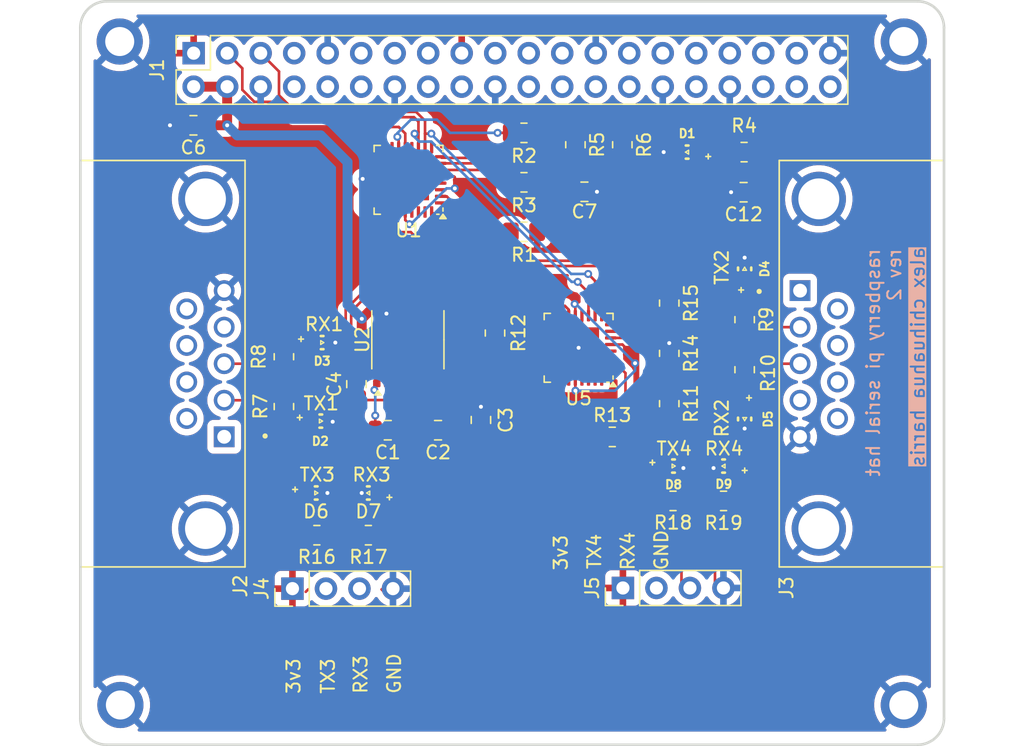
<source format=kicad_pcb>
(kicad_pcb (version 20241229) (generator "pcbnew") (generator_version "9.0")
  (layers (0 "F.Cu" signal) (2 "B.Cu" signal) (13 "F.Paste" user) (15 "B.Paste" user) (5 "F.SilkS" user "F.Silkscreen") (7 "B.SilkS" user "B.Silkscreen") (1 "F.Mask" user) (3 "B.Mask" user) (25 "Edge.Cuts" user))
  (net 0 "")
  (net 1 "/GPIO25")
  (net 2 "/GPIO20{slash}PCM.DIN")
  (net 3 "GND")
  (net 4 "/GPIO7{slash}SPI0.CE1")
  (net 5 "/GPIO27")
  (net 6 "/GPIO16")
  (net 7 "/GPIO19{slash}PCM.FS")
  (net 8 "/GPIO11{slash}SPI0.SCLK")
  (net 9 "/GPIO12{slash}PWM0")
  (net 10 "/GPIO17")
  (net 11 "/GPIO9{slash}SPI0.MISO")
  (net 12 "/GPIO22")
  (net 13 "/GPIO3{slash}SCL1")
  (net 14 "/GPIO26")
  (net 15 "/GPIO23")
  (net 16 "/GPIO14{slash}TXD0")
  (net 17 "/GPIO13{slash}PWM1")
  (net 18 "/GPIO8{slash}SPI0.CE0")
  (net 19 "/GPIO24")
  (net 20 "/GPIO5")
  (net 21 "/ID_SCL")
  (net 22 "/GPIO21{slash}PCM.DOUT")
  (net 23 "/GPIO15{slash}RXD0")
  (net 24 "/GPIO2{slash}SDA1")
  (net 25 "/GPIO4{slash}GPCLK0")
  (net 26 "+3V3")
  (net 27 "/GPIO6")
  (net 28 "/GPIO10{slash}SPI0.MOSI")
  (net 29 "/GPIO18{slash}PCM.CLK")
  (net 30 "/ID_SDA")
  (net 31 "Net-(U2-C1+)")
  (net 32 "Net-(U2-C1-)")
  (net 33 "Net-(U2-C2-)")
  (net 34 "Net-(U2-C2+)")
  (net 35 "Net-(U2-VS-)")
  (net 36 "Net-(U2-VS+)")
  (net 37 "/RX1")
  (net 38 "+5V")
  (net 39 "/TX1")
  (net 40 "/RX2")
  (net 41 "/TX2")
  (net 42 "Net-(U1-~{RESET})")
  (net 43 "Net-(U1-~{IRQ})")
  (net 44 "Net-(U1-I2C{slash}~{SPI})")
  (net 50 "Net-(U1-A1{slash}SI)")
  (net 57 "Net-(U1-A0{slash}~{CS})")
  (net 62 "Net-(D6-Pad2)")
  (net 63 "Net-(D7-Pad2)")
  (net 64 "Net-(D8-Pad2)")
  (net 65 "Net-(D9-Pad2)")
  (net 66 "Net-(D2-Pad2)")
  (net 67 "Net-(D3-Pad2)")
  (net 68 "Net-(D4-Pad2)")
  (net 69 "Net-(D5-Pad2)")
  (net 70 "/RX3")
  (net 71 "/TX3")
  (net 72 "/RX4")
  (net 73 "Net-(U5-I2C{slash}~{SPI})")
  (net 74 "Net-(U5-~{IRQ})")
  (net 75 "Net-(U5-~{RESET})")
  (net 76 "Net-(U5-A0{slash}~{CS})")
  (net 77 "Net-(U5-A1{slash}SI)")
  (net 78 "/TXA1")
  (net 79 "/RXA1")
  (net 80 "/RXB1")
  (net 81 "/TXB1")
  (net 82 "/RXA2")
  (net 98 "Net-(D1-Pad2)")
  (footprint "WL-SMCW_0603:WL-SMCW_0603" (layer "F.Cu") (at 132.75 86.8 180)
    (property "Reference" "D6")
    (property "Value" "WL-SMCW_0603" (hide yes))
  )
  (footprint "Resistor_SMD:R_0805_2012Metric_Pad1.20x1.40mm_HandSolder" (layer "F.Cu") (at 159.512 72.406 -90)
    (property "Reference" "R15")
    (property "Value" "1k" (hide yes))
  )
  (footprint "WL-SMCW_0603:WL-SMCW_0603" (layer "F.Cu") (at 163.632 84.7584)
    (property "Reference" "D9")
    (property "Value" "WL-SMCW_0603" (hide yes))
  )
  (footprint "Resistor_SMD:R_0805_2012Metric_Pad1.20x1.40mm_HandSolder" (layer "F.Cu") (at 159.512 76.216 -90)
    (property "Reference" "R14")
    (property "Value" "1k" (hide yes))
  )
  (footprint "Resistor_SMD:R_0805_2012Metric_Pad1.20x1.40mm_HandSolder" (layer "F.Cu") (at 130.302 80.248 -90)
    (property "Reference" "R7")
    (property "Value" "1k" (hide yes))
  )
  (footprint "MountingHole:MountingHole_2.2mm_M2_ISO7380_Pad_TopBottom" (layer "F.Cu") (at 117.9068 102.87)
    (property "Reference" "H4" (hide yes))
    (property "Value" "MountingHole_Pad" (hide yes))
  )
  (footprint "Capacitor_SMD:C_0805_2012Metric" (layer "F.Cu") (at 145.2372 81.2648 90)
    (property "Reference" "C3")
    (property "Value" "100n" (hide yes))
  )
  (footprint "Resistor_SMD:R_0805_2012Metric_Pad1.20x1.40mm_HandSolder" (layer "F.Cu") (at 165.227 77.454 -90)
    (property "Reference" "R10")
    (property "Value" "1k" (hide yes))
  )
  (footprint "Capacitor_SMD:C_0805_2012Metric" (layer "F.Cu") (at 153.082 63.968)
    (property "Reference" "C7")
    (property "Value" "100n" (hide yes))
  )
  (footprint "L77SDE09SA4CH3FC309:AMPHENOL_L77SDE09SA4CH3FC309" (layer "F.Cu") (at 124.356 77 -90)
    (property "Reference" "J2")
    (property "Value" "L77SDE09SA4CH3FC309" (hide yes))
  )
  (footprint "Resistor_SMD:R_0805_2012Metric_Pad1.20x1.40mm_HandSolder" (layer "F.Cu") (at 136.705 90)
    (property "Reference" "R17")
    (property "Value" "1k" (hide yes))
  )
  (footprint "Connector_PinHeader_2.54mm:PinHeader_1x04_P2.54mm_Vertical" (layer "F.Cu") (at 130.95 94.05 90)
    (property "Reference" "J4")
    (property "Value" "Conn_01x04_Pin" (hide yes))
  )
  (footprint "Resistor_SMD:R_0805_2012Metric_Pad1.20x1.40mm_HandSolder" (layer "F.Cu") (at 152.4 60.4 -90)
    (property "Reference" "R5")
    (property "Value" "1k" (hide yes))
  )
  (footprint "Resistor_SMD:R_0805_2012Metric_Pad1.20x1.40mm_HandSolder" (layer "F.Cu") (at 132.8 90 180)
    (property "Reference" "R16")
    (property "Value" "1k" (hide yes))
  )
  (footprint "L77SDE09SA4CH3FC309:AMPHENOL_L77SDE09SA4CH3FC309" (layer "F.Cu") (at 170.8485 77 90)
    (property "Reference" "J3")
    (property "Value" "L77SDE09SA4CH3FC309" (hide yes))
  )
  (footprint "WL-SMCW_0603:WL-SMCW_0603" (layer "F.Cu") (at 133.1 81.35 180)
    (property "Reference" "D2")
    (property "Value" "WL-SMCW_0603" (hide yes))
  )
  (footprint "Resistor_SMD:R_0805_2012Metric_Pad1.20x1.40mm_HandSolder" (layer "F.Cu") (at 148.5 67 180)
    (property "Reference" "R1")
    (property "Value" "10k" (hide yes))
  )
  (footprint "WL-SMCW_0603:WL-SMCW_0603" (layer "F.Cu") (at 159.8348 84.7584 180)
    (property "Reference" "D8")
    (property "Value" "WL-SMCW_0603" (hide yes))
  )
  (footprint "Package_SO:TSSOP-16_4.4x5mm_P0.65mm" (layer "F.Cu") (at 139.7 75.184 90)
    (property "Reference" "U2")
    (property "Value" "MAX232" (hide yes))
  )
  (footprint "Resistor_SMD:R_0805_2012Metric_Pad1.20x1.40mm_HandSolder" (layer "F.Cu") (at 165.1856 60.96 180)
    (property "Reference" "R4")
    (property "Value" "1k" (hide yes))
  )
  (footprint "Capacitor_SMD:C_0805_2012Metric" (layer "F.Cu") (at 141.986 82.042 180)
    (property "Reference" "C2")
    (property "Value" "100n" (hide yes))
  )
  (footprint "WL-SMCW_0603:WL-SMCW_0603" (layer "F.Cu") (at 160.8676 60.96)
    (property "Reference" "D1")
    (property "Value" "PWR_LED")
  )
  (footprint "WL-SMCW_0603:WL-SMCW_0603" (layer "F.Cu") (at 165.227 81.191 90)
    (property "Reference" "D5")
    (property "Value" "WL-SMCW_0603" (hide yes))
  )
  (footprint "MountingHole:MountingHole_2.2mm_M2_ISO7380_Pad_TopBottom" (layer "F.Cu") (at 117.856 52.578)
    (property "Reference" "H1" (hide yes))
    (property "Value" "MountingHole_Pad" (hide yes))
  )
  (footprint "Capacitor_SMD:C_0805_2012Metric" (layer "F.Cu") (at 165.15 64 180)
    (property "Reference" "C12")
    (property "Value" "100n" (hide yes))
  )
  (footprint "Connector_PinHeader_2.54mm:PinHeader_1x04_P2.54mm_Vertical" (layer "F.Cu") (at 156 94 90)
    (property "Reference" "J5")
    (property "Value" "Conn_01x04_Pin" (hide yes))
  )
  (footprint "Resistor_SMD:R_0805_2012Metric_Pad1.20x1.40mm_HandSolder" (layer "F.Cu") (at 146.304 74.676 90)
    (property "Reference" "R12")
    (property "Value" "1k" (hide yes))
  )
  (footprint "Resistor_SMD:R_0805_2012Metric_Pad1.20x1.40mm_HandSolder" (layer "F.Cu") (at 159.512 80.026 -90)
    (property "Reference" "R11")
    (property "Value" "1k" (hide yes))
  )
  (footprint "Resistor_SMD:R_0805_2012Metric_Pad1.20x1.40mm_HandSolder" (layer "F.Cu") (at 163.6288 87.4)
    (property "Reference" "R19")
    (property "Value" "1k" (hide yes))
  )
  (footprint "Capacitor_SMD:C_0805_2012Metric" (layer "F.Cu") (at 135.8 78.55 90)
    (property "Reference" "C4")
    (property "Value" "100n" (hide yes))
  )
  (footprint "Resistor_SMD:R_0805_2012Metric_Pad1.20x1.40mm_HandSolder" (layer "F.Cu") (at 130.302 76.47 90)
    (property "Reference" "R8")
    (property "Value" "1k" (hide yes))
  )
  (footprint "MountingHole:MountingHole_2.2mm_M2_ISO7380_Pad_TopBottom" (layer "F.Cu") (at 177.292 52.578)
    (property "Reference" "H2" (hide yes))
    (property "Value" "MountingHole_Pad" (hide yes))
  )
  (footprint "Resistor_SMD:R_0805_2012Metric_Pad1.20x1.40mm_HandSolder" (layer "F.Cu") (at 165.227 73.66 90)
    (property "Reference" "R9")
    (property "Value" "1k" (hide yes))
  )
  (footprint "Resistor_SMD:R_0805_2012Metric_Pad1.20x1.40mm_HandSolder" (layer "F.Cu") (at 148.5 59.5 180)
    (property "Reference" "R2")
    (property "Value" "1k" (hide yes))
  )
  (footprint "Connector_PinSocket_2.54mm:PinSocket_2x20_P2.54mm_Vertical" (layer "F.Cu") (at 123.46 53.46 90)
    (property "Reference" "J1")
    (property "Value" "GPIO")
  )
  (footprint "MountingHole:MountingHole_2.2mm_M2_ISO7380_Pad_TopBottom" (layer "F.Cu") (at 177.292 102.87)
    (property "Reference" "H3" (hide yes))
    (property "Value" "MountingHole_Pad" (hide yes))
  )
  (footprint "Package_DFN_QFN:VQFN-32-1EP_5x5mm_P0.5mm_EP3.1x3.1mm" (layer "F.Cu") (at 152.642 75.7945 180)
    (property "Reference" "U5")
    (property "Value" "SC16IS752IBS" (hide yes))
  )
  (footprint "WL-SMCW_0603:WL-SMCW_0603" (layer "F.Cu") (at 165.227 69.812 -90)
    (property "Reference" "D4")
    (property "Value" "WL-SMCW_0603" (hide yes))
  )
  (footprint "WL-SMCW_0603:WL-SMCW_0603" (layer "F.Cu") (at 133.2 75.4 180)
    (property "Reference" "D3")
    (property "Value" "WL-SMCW_0603" (hide yes))
  )
  (footprint "Resistor_SMD:R_0805_2012Metric_Pad1.20x1.40mm_HandSolder" (layer "F.Cu") (at 148.5 63.25 180)
    (property "Reference" "R3")
    (property "Value" "1k" (hide yes))
  )
  (footprint "Resistor_SMD:R_0805_2012Metric_Pad1.20x1.40mm_HandSolder" (layer "F.Cu") (at 155.194 82.55)
    (property "Reference" "R13")
    (property "Value" "10k" (hide yes))
  )
  (footprint "WL-SMCW_0603:WL-SMCW_0603" (layer "F.Cu") (at 136.7 86.8)
    (property "Reference" "D7")
    (property "Value" "WL-SMCW_0603" (hide yes))
  )
  (footprint "Capacitor_SMD:C_0805_2012Metric" (layer "F.Cu") (at 138.176 82.042 180)
    (property "Reference" "C1")
    (property "Value" "100n" (hide yes))
  )
  (footprint "Capacitor_SMD:C_0805_2012Metric" (layer "F.Cu") (at 123.444 58.928 180)
    (property "Reference" "C6")
    (property "Value" "100n" (hide yes))
  )
  (footprint "Resistor_SMD:R_0805_2012Metric_Pad1.20x1.40mm_HandSolder" (layer "F.Cu") (at 159.8 87.4 180)
    (property "Reference" "R18")
    (property "Value" "1k" (hide yes))
  )
  (footprint "Resistor_SMD:R_0805_2012Metric_Pad1.20x1.40mm_HandSolder" (layer "F.Cu") (at 155.956 60.4 -90)
    (property "Reference" "R6")
    (property "Value" "1k" (hide yes))
  )
  (footprint "Package_DFN_QFN:VQFN-32-1EP_5x5mm_P0.5mm_EP3.1x3.1mm" (layer "F.Cu") (at 139.75 63.0625 180)
    (property "Reference" "U1")
    (property "Value" "SC16IS752IBS" (hide yes))
  )
  (gr_line (start 114.87 103.886) (end 114.87 51.53) (stroke (width 0.2)) (layer "Edge.Cuts"))
  (gr_line (start 116.87 49.53) (end 178.34 49.53) (stroke (width 0.2)) (layer "Edge.Cuts"))
  (gr_arc (start 114.87 51.53) (mid 115.455786 50.115786) (end 116.87 49.53) (stroke (width 0.2)) (layer "Edge.Cuts"))
  (gr_line (start 180.34 51.53) (end 180.34 103.886) (stroke (width 0.2)) (layer "Edge.Cuts"))
  (gr_arc (start 178.34 49.53) (mid 179.754214 50.115786) (end 180.34 51.53) (stroke (width 0.2)) (layer "Edge.Cuts"))
  (gr_arc (start 180.34 103.886) (mid 179.754214 105.300214) (end 178.34 105.886) (stroke (width 0.2)) (layer "Edge.Cuts"))
  (gr_line (start 178.34 105.886) (end 116.87 105.886) (stroke (width 0.2)) (layer "Edge.Cuts"))
  (gr_arc (start 116.87 105.886) (mid 115.455786 105.300214) (end 114.87 103.886) (stroke (width 0.2)) (layer "Edge.Cuts"))
  (gr_text "GND" (at 139.2428 102.108 90) (layer "F.SilkS") (effects (font (size 1 1)) (justify left bottom)))
  (gr_text "RX2" (at 164.084 82.677 90) (layer "F.SilkS") (effects (font (size 1 1)) (justify left bottom)))
  (gr_text "RX3" (at 135.4 86 0) (layer "F.SilkS") (effects (font (size 1 1)) (justify left bottom)))
  (gr_text "TX4" (at 158.4532 84.0218 0) (layer "F.SilkS") (effects (font (size 1 1)) (justify left bottom)))
  (gr_text "TX2" (at 164.084 71.12 90) (layer "F.SilkS") (effects (font (size 1 1)) (justify left bottom)))
  (gr_text "RX1" (at 131.8 74.6 0) (layer "F.SilkS") (effects (font (size 1 1)) (justify left bottom)))
  (gr_text "3v3" (at 131.6228 102.108 90) (layer "F.SilkS") (effects (font (size 1 1)) (justify left bottom)))
  (gr_text "RX4" (at 162.108 84.0218 0) (layer "F.SilkS") (effects (font (size 1 1)) (justify left bottom)))
  (gr_text "GND" (at 159.5 92.75 90) (layer "F.SilkS") (effects (font (size 1 1)) (justify left bottom)))
  (gr_text "RX4" (at 156.96 92.75 90) (layer "F.SilkS") (effects (font (size 1 1)) (justify left bottom)))
  (gr_text "RX3" (at 136.7028 102.108 90) (layer "F.SilkS") (effects (font (size 1 1)) (justify left bottom)))
  (gr_text "TX3\n\n" (at 135.8392 102.108 90) (layer "F.SilkS") (effects (font (size 1 1)) (justify left bottom)))
  (gr_text "TX4" (at 154.42 92.6646 90) (layer "F.SilkS") (effects (font (size 1 1)) (justify left bottom)))
  (gr_text "TX1" (at 131.7 80.6 0) (layer "F.SilkS") (effects (font (size 1 1)) (justify left bottom)))
  (gr_text "3v3" (at 151.88 92.75 90) (layer "F.SilkS") (effects (font (size 1 1)) (justify left bottom)))
  (gr_text "TX3" (at 131.4 86 0) (layer "F.SilkS") (effects (font (size 1 1)) (justify left bottom)))
  (gr_text "alex chihuahua harris" (at 178.943 68.072 90) (layer "B.SilkS" knockout) (effects (font (size 1 1)) (justify left bottom mirror)))
  (gr_text "raspberry pi serial hat\nrev 2" (at 177.165 68.199 90) (layer "B.SilkS") (effects (font (size 1 1)) (justify left bottom mirror)))
  (segment (start 145.2372 80.3148) (end 145.2372 80.264) (width 0.2) (layer "F.Cu") (net 3))
  (segment (start 165.227 81.991) (end 165.227 81.915) (width 0.2) (layer "F.Cu") (net 3))
  (segment (start 138.074999 73.203553) (end 138.075 72.3215) (width 0.2) (layer "F.Cu") (net 3))
  (segment (start 139.425 63.3875) (end 139.75 63.0625) (width 0.2) (layer "F.Cu") (net 3))
  (segment (start 160.6348 84.9108) (end 160.584 84.9108) (width 0.2) (layer "F.Cu") (net 3))
  (segment (start 152.892 75.5445) (end 152.642 75.7945) (width 0.2) (layer "F.Cu") (net 3))
  (segment (start 136.106 86.8) (end 136.2 86.8) (width 0.2) (layer "F.Cu") (net 3))
  (segment (start 140 62.5) (end 140 60.625) (width 0.2) (layer "F.Cu") (net 3))
  (segment (start 133.55 86.8) (end 133.6 86.8) (width 0.2) (layer "F.Cu") (net 3))
  (segment (start 122.494 58.928) (end 121.666 58.928) (width 0.75) (layer "F.Cu") (net 3))
  (segment (start 134 75.4) (end 134.2 75.4) (width 0.2) (layer "F.Cu") (net 3))
  (segment (start 133.9 81.35) (end 133.95 81.35) (width 0.2) (layer "F.Cu") (net 3))
  (segment (start 159.0896 60.96) (end 160.0676 60.96) (width 0.2) (layer "F.Cu") (net 3))
  (segment (start 136.271 62.996621) (end 136.586879 63.3125) (width 0.2) (layer "F.Cu") (net 3))
  (segment (start 137.3875 63.3875) (end 139.425 63.3875) (width 0.2) (layer "F.Cu") (net 3))
  (segment (start 152.892 78.232) (end 152.892 76.0445) (width 0.2) (layer "F.Cu") (net 3))
  (segment (start 139.75 63.0625) (end 140 63.3125) (width 0.2) (layer "F.Cu") (net 3))
  (segment (start 152.892 76.0445) (end 152.642 75.7945) (width 0.2) (layer "F.Cu") (net 3))
  (segment (start 136.586879 63.3125) (end 137.3125 63.3125) (width 0.2) (layer "F.Cu") (net 3))
  (segment (start 137.3125 63.3125) (end 137.3875 63.3875) (width 0.2) (layer "F.Cu") (net 3))
  (segment (start 152.392 76.0445) (end 152.642 75.7945) (width 0.2) (layer "F.Cu") (net 3))
  (segment (start 165.227 69.012) (end 165.227 68.961) (width 0.2) (layer "F.Cu") (net 3))
  (segment (start 152.892 73.357) (end 152.892 75.5445) (width 0.2) (layer "F.Cu") (net 3))
  (segment (start 139.75 63.0625) (end 139.75 62.75) (width 0.2) (layer "F.Cu") (net 3))
  (segment (start 162.832 84.9108) (end 162.87 84.9108) (width 0.2) (layer "F.Cu") (net 3))
  (segment (start 136.271 62.996621) (end 136.271 62.992) (width 0.2) (layer "F.Cu") (net 3))
  (segment (start 133.95 81.35) (end 134 81.4) (width 0.2) (layer "F.Cu") (net 3))
  (segment (start 137.8646 94.2656) (end 137.706 94.107) (width 0.2) (layer "F.Cu") (net 3))
  (segment (start 139.75 62.75) (end 140 62.5) (width 0.2) (layer "F.Cu") (net 3))
  (segment (start 150.2045 76.0445) (end 152.392 76.0445) (width 0.2) (layer "F.Cu") (net 3))
  (segment (start 140 63.3125) (end 140 65.5) (width 0.2) (layer "F.Cu") (net 3))
  (via (at 152.642 75.7945) (size 0.6) (drill 0.3) (layers "F.Cu" "B.Cu") (net 3))
  (via (at 133.6 86.8) (size 0.6) (drill 0.3) (layers "F.Cu" "B.Cu") (net 3))
  (via (at 134 81.4) (size 0.6) (drill 0.3) (layers "F.Cu" "B.Cu") (net 3))
  (via (at 121.666 58.928) (size 0.6) (drill 0.3) (layers "F.Cu" "B.Cu") (net 3))
  (via (at 136.271 62.992) (size 0.6) (drill 0.3) (layers "F.Cu" "B.Cu") (net 3))
  (via (at 160.584 84.9108) (size 0.6) (drill 0.3) (layers "F.Cu" "B.Cu") (net 3))
  (via (at 159.0896 60.96) (size 0.6) (drill 0.3) (layers "F.Cu" "B.Cu") (net 3))
  (via (at 165.227 68.961) (size 0.6) (drill 0.3) (layers "F.Cu" "B.Cu") (net 3))
  (via (at 138.074999 73.203553) (size 0.6) (drill 0.3) (layers "F.Cu" "B.Cu") (net 3))
  (via (at 134.2 75.4) (size 0.6) (drill 0.3) (layers "F.Cu" "B.Cu") (net 3))
  (via (at 159.512 75.438) (size 0.6) (drill 0.3) (layers "F.Cu" "B.Cu") (net 3))
  (via (at 162.87 84.9108) (size 0.6) (drill 0.3) (layers "F.Cu" "B.Cu") (net 3))
  (via (at 145.2372 80.264) (size 0.6) (drill 0.3) (layers "F.Cu" "B.Cu") (net 3))
  (via (at 136.2 86.8) (size 0.6) (drill 0.3) (layers "F.Cu" "B.Cu") (net 3))
  (via (at 154.032 63.968) (size 0.6) (drill 0.3) (layers "F.Cu" "B.Cu") (net 3))
  (via (at 165.227 81.915) (size 0.6) (drill 0.3) (layers "F.Cu" "B.Cu") (net 3))
  (via (at 164.2 64) (size 0.6) (drill 0.3) (layers "F.Cu" "B.Cu") (net 3))
  (segment (start 141 58.585785) (end 141 59.563) (width 0.2) (layer "F.Cu") (net 13))
  (segment (start 140.326215 57.912) (end 141 58.585785) (width 0.2) (layer "F.Cu") (net 13))
  (segment (start 141 59.563) (end 141 60.625) (width 0.2) (layer "F.Cu") (net 13))
  (segment (start 153.3652 70.196) (end 153.892 70.7228) (width 0.2) (layer "F.Cu") (net 13))
  (segment (start 131.191 57.912) (end 140.326215 57.912) (width 0.2) (layer "F.Cu") (net 13))
  (segment (start 129.93 56.651) (end 129.93 54.85) (width 0.2) (layer "F.Cu") (net 13))
  (segment (start 141.478 59.563) (end 141 59.563) (width 0.2) (layer "F.Cu") (net 13))
  (segment (start 131.191 57.912) (end 129.93 56.651) (width 0.2) (layer "F.Cu") (net 13))
  (segment (start 153.892 70.7228) (end 153.892 73.357) (width 0.2) (layer "F.Cu") (net 13))
  (segment (start 129.93 54.85) (end 128.54 53.46) (width 0.2) (layer "F.Cu") (net 13))
  (via (at 141.478 59.563) (size 0.6) (drill 0.3) (layers "F.Cu" "B.Cu") (net 13))
  (via (at 153.3652 70.196) (size 0.6) (drill 0.3) (layers "F.Cu" "B.Cu") (net 13))
  (segment (start 152.076343 70.196) (end 141.478 59.597657) (width 0.2) (layer "B.Cu") (net 13))
  (segment (start 141.478 59.597657) (end 141.478 59.563) (width 0.2) (layer "B.Cu") (net 13))
  (segment (start 153.3652 70.196) (end 152.076343 70.196) (width 0.2) (layer "B.Cu") (net 13))
  (segment (start 140.5 59.436) (end 140.5 58.651471) (width 0.2) (layer "F.Cu") (net 24))
  (segment (start 140.5 60.625) (end 140.5 59.436) (width 0.2) (layer "F.Cu") (net 24))
  (segment (start 140.5 58.651471) (end 140.160529 58.312) (width 0.2) (layer "F.Cu") (net 24))
  (segment (start 129.863314 57.15) (end 131.025315 58.312) (width 0.2) (layer "F.Cu") (net 24))
  (segment (start 127.15 56.236346) (end 127.15 54.61) (width 0.2) (layer "F.Cu") (net 24))
  (segment (start 140.335 59.436) (end 140.208 59.563) (width 0.2) (layer "F.Cu") (net 24))
  (segment (start 140.160529 58.312) (end 131.025315 58.312) (width 0.2) (layer "F.Cu") (net 24))
  (segment (start 152.573889 70.796) (end 153.392 71.614111) (width 0.2) (layer "F.Cu") (net 24))
  (segment (start 129.863314 57.15) (end 128.063654 57.15) (width 0.2) (layer "F.Cu") (net 24))
  (segment (start 128.063654 57.15) (end 127.15 56.236346) (width 0.2) (layer "F.Cu") (net 24))
  (segment (start 140.5 59.436) (end 140.335 59.436) (width 0.2) (layer "F.Cu") (net 24))
  (segment (start 127.15 54.61) (end 126 53.46) (width 0.2) (layer "F.Cu") (net 24))
  (segment (start 153.392 71.614111) (end 153.392 73.357) (width 0.2) (layer "F.Cu") (net 24))
  (via (at 152.573889 70.796) (size 0.6) (drill 0.3) (layers "F.Cu" "B.Cu") (net 24))
  (via (at 140.208 59.563) (size 0.6) (drill 0.3) (layers "F.Cu" "B.Cu") (net 24))
  (segment (start 141.477657 60.163) (end 140.554 60.163) (width 0.2) (layer "B.Cu") (net 24))
  (segment (start 152.573889 70.796) (end 152.110657 70.796) (width 0.2) (layer "B.Cu") (net 24))
  (segment (start 152.110657 70.796) (end 141.477657 60.163) (width 0.2) (layer "B.Cu") (net 24))
  (segment (start 140.554 60.163) (end 140.208 59.817) (width 0.2) (layer "B.Cu") (net 24))
  (segment (start 140.208 59.817) (end 140.208 59.563) (width 0.2) (layer "B.Cu") (net 24))
  (segment (start 152.392 72.5206) (end 152.342694 72.471294) (width 0.2) (layer "F.Cu") (net 26))
  (segment (start 156.9212 76.962) (end 156.9212 76.5048) (width 0.2) (layer "F.Cu") (net 26))
  (segment (start 139.004672 59.055) (end 138.176 59.055) (width 0.2) (layer "F.Cu") (net 26))
  (segment (start 139.501904 59.552232) (end 139.004672 59.055) (width 0.2) (layer "F.Cu") (net 26))
  (segment (start 155.9609 75.5445) (end 155.0795 75.5445) (width 0.2) (layer "F.Cu") (net 26))
  (segment (start 156.9212 76.5048) (end 155.9609 75.5445) (width 0.2) (layer "F.Cu") (net 26))
  (segment (start 152.392 78.232) (end 152.392 79.0368) (width 0.2) (layer "F.Cu") (net 26))
  (segment (start 139.501904 60.123096) (end 139.501904 59.552232) (width 0.2) (layer "F.Cu") (net 26))
  (segment (start 139.5 60.125) (end 139.501904 60.123096) (width 0.2) (layer "F.Cu") (net 26))
  (segment (start 143.256 62.865) (end 143.2035 62.8125) (width 0.2) (layer "F.Cu") (net 26))
  (segment (start 139.5 66.107948) (end 139.5 65.5) (width 0.2) (layer "F.Cu") (net 26))
  (segment (start 143.2035 62.8125) (end 142.1875 62.8125) (width 0.2) (layer "F.Cu") (net 26))
  (segment (start 152.392 73.357) (end 152.392 72.5206) (width 0.2) (layer "F.Cu") (net 26))
  (segment (start 143.256 63.7125) (end 143.256 62.865) (width 0.2) (layer "F.Cu") (net 26))
  (segment (start 152.392 79.0368) (end 152.4 79.0448) (width 0.2) (layer "F.Cu") (net 26))
  (segment (start 139.816504 66.424452) (end 139.5 66.107948) (width 0.2) (layer "F.Cu") (net 26))
  (segment (start 139.5 60.625) (end 139.5 60.125) (width 0.2) (layer "F.Cu") (net 26))
  (via (at 152.342694 72.471294) (size 0.6) (drill 0.3) (layers "F.Cu" "B.Cu") (net 26))
  (via (at 139.816504 66.424452) (size 0.6) (drill 0.3) (layers "F.Cu" "B.Cu") (net 26))
  (via (at 156.9212 76.962) (size 0.6) (drill 0.3) (layers "F.Cu" "B.Cu") (net 26))
  (via (at 143.256 63.7125) (size 0.6) (drill 0.3) (layers "F.Cu" "B.Cu") (net 26))
  (via (at 152.4 79.0448) (size 0.6) (drill 0.3) (layers "F.Cu" "B.Cu") (net 26))
  (segment (start 156.9212 76.962) (end 156.9212 77.5208) (width 0.2) (layer "B.Cu") (net 26))
  (segment (start 156.9212 77.5208) (end 155.3972 79.0448) (width 0.2) (layer "B.Cu") (net 26))
  (segment (start 152.430494 72.471294) (end 156.9212 76.962) (width 0.2) (layer "B.Cu") (net 26))
  (segment (start 143.256 63.7125) (end 142.629381 63.7125) (width 0.2) (layer "B.Cu") (net 26))
  (segment (start 155.3972 79.0448) (end 152.4 79.0448) (width 0.2) (layer "B.Cu") (net 26))
  (segment (start 142.629381 63.7125) (end 139.917429 66.424452) (width 0.2) (layer "B.Cu") (net 26))
  (segment (start 139.917429 66.424452) (end 139.816504 66.424452) (width 0.2) (layer "B.Cu") (net 26))
  (segment (start 152.342694 72.471294) (end 152.430494 72.471294) (width 0.2) (layer "B.Cu") (net 26))
  (segment (start 137.16 78.3115) (end 137.425 78.0465) (width 0.2) (layer "F.Cu") (net 31))
  (segment (start 137.16 78.994) (end 137.16 78.3115) (width 0.2) (layer "F.Cu") (net 31))
  (segment (start 137.226 82.042) (end 137.226 80.93) (width 0.2) (layer "F.Cu") (net 31))
  (via (at 137.226 80.93) (size 0.6) (drill 0.3) (layers "F.Cu" "B.Cu") (net 31))
  (via (at 137.16 78.994) (size 0.6) (drill 0.3) (layers "F.Cu" "B.Cu") (net 31))
  (segment (start 137.226 79.06) (end 137.16 78.994) (width 0.2) (layer "B.Cu") (net 31))
  (segment (start 137.226 80.93) (end 137.226 79.06) (width 0.2) (layer "B.Cu") (net 31))
  (segment (start 138.725 79.150372) (end 138.725 78.0465) (width 0.2) (layer "F.Cu") (net 32))
  (segment (start 139.573 81.595) (end 139.573 79.998372) (width 0.2) (layer "F.Cu") (net 32))
  (segment (start 139.126 82.042) (end 139.573 81.595) (width 0.2) (layer "F.Cu") (net 32))
  (segment (start 139.573 79.998372) (end 138.725 79.150372) (width 0.2) (layer "F.Cu") (net 32))
  (segment (start 140.025 79.113686) (end 140.025 78.0465) (width 0.2) (layer "F.Cu") (net 33))
  (segment (start 141.702314 80.791) (end 140.025 79.113686) (width 0.2) (layer "F.Cu") (net 33))
  (segment (start 142.513 80.791) (end 141.702314 80.791) (width 0.2) (layer "F.Cu") (net 33))
  (segment (start 142.936 81.214) (end 142.513 80.791) (width 0.2) (layer "F.Cu") (net 33))
  (segment (start 142.936 82.042) (end 142.936 81.214) (width 0.2) (layer "F.Cu") (net 33))
  (segment (start 141.036 82.042) (end 141.036 80.690372) (width 0.2) (layer "F.Cu") (net 34))
  (segment (start 139.375 79.029372) (end 139.375 78.0465) (width 0.2) (layer "F.Cu") (net 34))
  (segment (start 141.036 80.690372) (end 139.375 79.029372) (width 0.2) (layer "F.Cu") (net 34))
  (segment (start 140.675 79.198) (end 140.675 78.0465) (width 0.2) (layer "F.Cu") (net 35))
  (segment (start 141.868 80.391) (end 140.675 79.198) (width 0.2) (layer "F.Cu") (net 35))
  (segment (start 143.4134 80.391) (end 141.868 80.391) (width 0.2) (layer "F.Cu") (net 35))
  (segment (start 145.2372 82.2148) (end 143.4134 80.391) (width 0.2) (layer "F.Cu") (net 35))
  (segment (start 135.5 79.5) (end 135.756 79.756) (width 0.2) (layer "F.Cu") (net 36))
  (segment (start 137.922 79.756) (end 138.075 79.603) (width 0.2) (layer "F.Cu") (net 36))
  (segment (start 135.756 79.756) (end 137.922 79.756) (width 0.2) (layer "F.Cu") (net 36))
  (segment (start 138.075 79.603) (end 138.075 78.0465) (width 0.2) (layer "F.Cu") (net 36))
  (segment (start 129.832 77) (end 125.776 77) (width 0.2) (layer "F.Cu") (net 37))
  (segment (start 134.9857 76.2143) (end 134.9857 72.887744) (width 0.2) (layer "F.Cu") (net 37))
  (segment (start 136.990444 70.883) (end 138.591099 70.883) (width 0.2) (layer "F.Cu") (net 37))
  (segment (start 139.375 71.586544) (end 139.375 72.3215) (width 0.2) (layer "F.Cu") (net 37))
  (segment (start 133.73 77.47) (end 134.9857 76.2143) (width 0.2) (layer "F.Cu") (net 37))
  (segment (start 134.9857 72.887744) (end 136.990444 70.883) (width 0.2) (layer "F.Cu") (net 37))
  (segment (start 130.302 77.47) (end 129.832 77) (width 0.2) (layer "F.Cu") (net 37))
  (segment (start 138.591099 70.883) (end 138.672456 70.964357) (width 0.2) (layer "F.Cu") (net 37))
  (segment (start 138.672456 70.964357) (end 138.672456 70.884) (width 0.2) (layer "F.Cu") (net 37))
  (segment (start 130.302 77.47) (end 133.73 77.47) (width 0.2) (layer "F.Cu") (net 37))
  (segment (start 138.672456 70.884) (end 139.375 71.586544) (width 0.2) (layer "F.Cu") (net 37))
  (segment (start 137.3 72.504) (end 137.3 72.3215) (width 0.75) (layer "F.Cu") (net 38))
  (segment (start 123.46 56) (end 126 56) (width 0.75) (layer "F.Cu") (net 38))
  (segment (start 126 58.928) (end 124.394 58.928) (width 0.75) (layer "F.Cu") (net 38))
  (segment (start 136.2 76.9) (end 135.8 77.3) (width 0.75) (layer "F.Cu") (net 38))
  (segment (start 126 56) (end 126 58.928) (width 0.75) (layer "F.Cu") (net 38))
  (segment (start 136.2 73.604) (end 136.2 76.9) (width 0.75) (layer "F.Cu") (net 38))
  (segment (start 135.8 77.3) (end 135.8 77.6) (width 0.75) (layer "F.Cu") (net 38))
  (segment (start 136.2075 73.5965) (end 136.2 73.604) (width 0.75) (layer "F.Cu") (net 38))
  (segment (start 136.2075 73.5965) (end 137.3 72.504) (width 0.75) (layer "F.Cu") (net 38))
  (via (at 136.2075 73.5965) (size 0.6) (drill 0.3) (layers "F.Cu" "B.Cu") (net 38))
  (via (at 126 58.928) (size 0.6) (drill 0.3) (layers "F.Cu" "B.Cu") (net 38))
  (segment (start 135.128 72.517) (end 136.2075 73.5965) (width 0.75) (layer "B.Cu") (net 38))
  (segment (start 135.128 61.722) (end 135.128 72.517) (width 0.75) (layer "B.Cu") (net 38))
  (segment (start 126.762 59.69) (end 133.096 59.69) (width 0.75) (layer "B.Cu") (net 38))
  (segment (start 126 58.928) (end 126.762 59.69) (width 0.75) (layer "B.Cu") (net 38))
  (segment (start 133.096 59.69) (end 135.128 61.722) (width 0.75) (layer "B.Cu") (net 38))
  (segment (start 130.302 79.248) (end 132.552 79.248) (width 0.2) (layer "F.Cu") (net 39))
  (segment (start 135.4 73.040544) (end 137.156544 71.284) (width 0.2) (layer "F.Cu") (net 39))
  (segment (start 135.4 76.4) (end 135.4 73.040544) (width 0.2) (layer "F.Cu") (net 39))
  (segment (start 137.156544 71.284) (end 138.424999 71.284) (width 0.2) (layer "F.Cu") (net 39))
  (segment (start 125.776 79.77) (end 129.78 79.77) (width 0.2) (layer "F.Cu") (net 39))
  (segment (start 138.725 71.584001) (end 138.725 72.3215) (width 0.2) (layer "F.Cu") (net 39))
  (segment (start 129.78 79.77) (end 130.302 79.248) (width 0.2) (layer "F.Cu") (net 39))
  (segment (start 132.552 79.248) (end 135.4 76.4) (width 0.2) (layer "F.Cu") (net 39))
  (segment (start 138.424999 71.284) (end 138.725 71.584001) (width 0.2) (layer "F.Cu") (net 39))
  (segment (start 162.306 71.050686) (end 160.851314 69.596) (width 0.2) (layer "F.Cu") (net 40))
  (segment (start 143.802 70.32) (end 143.802 75.359529) (width 0.2) (layer "F.Cu") (net 40))
  (segment (start 165.227 76.454) (end 164.204 76.454) (width 0.2) (layer "F.Cu") (net 40))
  (segment (start 143.802 75.359529) (end 141.975 77.186529) (width 0.2) (layer "F.Cu") (net 40))
  (segment (start 162.306 74.556) (end 162.306 71.050686) (width 0.2) (layer "F.Cu") (net 40))
  (segment (start 169.4285 77) (end 165.773 77) (width 0.2) (layer "F.Cu") (net 40))
  (segment (start 164.204 76.454) (end 162.306 74.556) (width 0.2) (layer "F.Cu") (net 40))
  (segment (start 165.773 77) (end 165.227 76.454) (width 0.2) (layer "F.Cu") (net 40))
  (segment (start 160.851314 69.596) (end 144.526 69.596) (width 0.2) (layer "F.Cu") (net 40))
  (segment (start 144.526 69.596) (end 143.802 70.32) (width 0.2) (layer "F.Cu") (net 40))
  (segment (start 141.975 77.186529) (end 141.975 78.0465) (width 0.2) (layer "F.Cu") (net 40))
  (segment (start 165.657 74.23) (end 165.227 74.66) (width 0.2) (layer "F.Cu") (net 41))
  (segment (start 141.325 77.270843) (end 141.325 78.0465) (width 0.2) (layer "F.Cu") (net 41))
  (segment (start 169.4285 74.23) (end 165.657 74.23) (width 0.2) (layer "F.Cu") (net 41))
  (segment (start 163.052 74.66) (end 162.706 74.314) (width 0.2) (layer "F.Cu") (net 41))
  (segment (start 162.706 74.314) (end 162.706 70.885) (width 0.2) (layer "F.Cu") (net 41))
  (segment (start 144.164 69.196) (end 143.402 69.958) (width 0.2) (layer "F.Cu") (net 41))
  (segment (start 143.402 69.958) (end 143.402 75.193843) (width 0.2) (layer "F.Cu") (net 41))
  (segment (start 161.017 69.196) (end 162.706 70.885) (width 0.2) (layer "F.Cu") (net 41))
  (segment (start 143.402 75.193843) (end 141.325 77.270843) (width 0.2) (layer "F.Cu") (net 41))
  (segment (start 165.227 74.66) (end 163.052 74.66) (width 0.2) (layer "F.Cu") (net 41))
  (segment (start 161.017 69.196) (end 144.164 69.196) (width 0.2) (layer "F.Cu") (net 41))
  (segment (start 143.962 67) (end 147.5 67) (width 0.2) (layer "F.Cu") (net 42))
  (segment (start 143.402 65.075114) (end 143.402 66.44) (width 0.2) (layer "F.Cu") (net 42))
  (segment (start 142.1875 64.3125) (end 142.639386 64.3125) (width 0.2) (layer "F.Cu") (net 42))
  (segment (start 142.639386 64.3125) (end 143.402 65.075114) (width 0.2) (layer "F.Cu") (net 42))
  (segment (start 143.402 66.44) (end 143.962 67) (width 0.2) (layer "F.Cu") (net 42))
  (segment (start 147.5 59.5) (end 146.5 59.5) (width 0.2) (layer "F.Cu") (net 43))
  (segment (start 139 59.898857) (end 139 60.625) (width 0.2) (layer "F.Cu") (net 43))
  (segment (start 138.901904 59.800761) (end 139 59.898857) (width 0.2) (layer "F.Cu") (net 43))
  (via (at 138.901904 59.800761) (size 0.6) (drill 0.3) (layers "F.Cu" "B.Cu") (net 43))
  (via (at 146.5 59.5) (size 0.6) (drill 0.3) (layers "F.Cu" "B.Cu") (net 43))
  (segment (start 138.901904 59.526096) (end 139.928 58.5) (width 0.2) (layer "B.Cu") (net 43))
  (segment (start 138.901904 59.800761) (end 138.901904 59.526096) (width 0.2) (layer "B.Cu") (net 43))
  (segment (start 139.928 58.5) (end 141.898529 58.5) (width 0.2) (layer "B.Cu") (net 43))
  (segment (start 142.898529 59.5) (end 146.5 59.5) (width 0.2) (layer "B.Cu") (net 43))
  (segment (start 141.898529 58.5) (end 142.898529 59.5) (width 0.2) (layer "B.Cu") (net 43))
  (segment (start 146.5625 62.3125) (end 142.1875 62.3125) (width 0.2) (layer "F.Cu") (net 44))
  (segment (start 147.5 63.25) (end 146.5625 62.3125) (width 0.2) (layer "F.Cu") (net 44))
  (segment (start 142.728298 61.4) (end 152.332 61.4) (width 0.2) (layer "F.Cu") (net 50))
  (segment (start 152.332 61.4) (end 152.4 61.468) (width 0.2) (layer "F.Cu") (net 50))
  (segment (start 142.714798 61.3865) (end 142.728298 61.4) (width 0.2) (layer "F.Cu") (net 50))
  (segment (start 142.2615 61.3865) (end 142.714798 61.3865) (width 0.2) (layer "F.Cu") (net 50))
  (segment (start 142.1875 61.3125) (end 142.2615 61.3865) (width 0.2) (layer "F.Cu") (net 50))
  (segment (start 142.1875 61.8125) (end 151.159756 61.8125) (width 0.2) (layer "F.Cu") (net 57))
  (segment (start 154.988 62.368) (end 155.904 61.452) (width 0.2) (layer "F.Cu") (net 57))
  (segment (start 151.715256 62.368) (end 154.988 62.368) (width 0.2) (layer "F.Cu") (net 57))
  (segment (start 155.904 61.452) (end 155.956 61.452) (width 0.2) (layer "F.Cu") (net 57))
  (segment (start 151.159756 61.8125) (end 151.715256 62.368) (width 0.2) (layer "F.Cu") (net 57))
  (segment (start 131.8 86.95) (end 131.95 86.8) (width 0.2) (layer "F.Cu") (net 62))
  (segment (start 131.8 90) (end 131.8 86.95) (width 0.2) (layer "F.Cu") (net 62))
  (segment (start 131.9596 94.291) (end 132.1436 94.107) (width 0.2) (layer "F.Cu") (net 62))
  (segment (start 137.705 90) (end 137.705 87.005) (width 0.2) (layer "F.Cu") (net 63))
  (segment (start 137.705 87.005) (end 137.5 86.8) (width 0.2) (layer "F.Cu") (net 63))
  (segment (start 158.8 85.1456) (end 159.0348 84.9108) (width 0.2) (layer "F.Cu") (net 64))
  (segment (start 158.8 87.4) (end 158.8 85.1456) (width 0.2) (layer "F.Cu") (net 64))
  (segment (start 164.6288 87.4) (end 164.6288 85.1076) (width 0.2) (layer "F.Cu") (net 65))
  (segment (start 164.6288 85.1076) (end 164.432 84.9108) (width 0.2) (layer "F.Cu") (net 65))
  (segment (start 130.302 81.248) (end 132.198 81.248) (width 0.2) (layer "F.Cu") (net 66))
  (segment (start 132.198 81.248) (end 132.3 81.35) (width 0.2) (layer "F.Cu") (net 66))
  (segment (start 132.33 75.47) (end 132.4 75.4) (width 0.2) (layer "F.Cu") (net 67))
  (segment (start 130.302 75.47) (end 132.33 75.47) (width 0.2) (layer "F.Cu") (net 67))
  (segment (start 165.227 70.612) (end 165.227 72.66) (width 0.2) (layer "F.Cu") (net 68))
  (segment (start 165.227 78.454) (end 165.227 80.391) (width 0.2) (layer "F.Cu") (net 69))
  (segment (start 162.9792 94.2) (end 162.9792 87.7504) (width 0.2) (layer "F.Cu") (net 72))
  (segment (start 162.9792 87.7504) (end 162.6288 87.4) (width 0.2) (layer "F.Cu") (net 72))
  (segment (start 159.512 81.248) (end 157.842 79.578) (width 0.2) (layer "F.Cu") (net 73))
  (segment (start 157.3405 75.0445) (end 155.0795 75.0445) (width 0.2) (layer "F.Cu") (net 73))
  (segment (start 157.842 75.546) (end 157.3405 75.0445) (width 0.2) (layer "F.Cu") (net 73))
  (segment (start 157.842 79.578) (end 157.842 75.546) (width 0.2) (layer "F.Cu") (net 73))
  (segment (start 151.892 73.357) (end 151.892 72.905114) (width 0.2) (layer "F.Cu") (net 74))
  (segment (start 146.304 73.676) (end 147.3605 72.6195) (width 0.2) (layer "F.Cu") (net 74))
  (segment (start 151.892 72.905114) (end 151.606386 72.6195) (width 0.2) (layer "F.Cu") (net 74))
  (segment (start 151.606386 72.6195) (end 147.3605 72.6195) (width 0.2) (layer "F.Cu") (net 74))
  (segment (start 155.817 77.331) (end 156.194 77.708) (width 0.2) (layer "F.Cu") (net 75))
  (segment (start 155.531386 77.0445) (end 155.817 77.330114) (width 0.2) (layer "F.Cu") (net 75))
  (segment (start 155.817 77.330114) (end 155.817 77.331) (width 0.2) (layer "F.Cu") (net 75))
  (segment (start 156.194 77.708) (end 156.194 82.55) (width 0.2) (layer "F.Cu") (net 75))
  (segment (start 155.0795 77.0445) (end 155.531386 77.0445) (width 0.2) (layer "F.Cu") (net 75))
  (segment (start 158.496 77.724) (end 158.242 77.47) (width 0.2) (layer "F.Cu") (net 76))
  (segment (start 157.6025 74.5445) (end 155.0795 74.5445) (width 0.2) (layer "F.Cu") (net 76))
  (segment (start 158.242 75.184) (end 157.6025 74.5445) (width 0.2) (layer "F.Cu") (net 76))
  (segment (start 159.512 77.724) (end 158.496 77.724) (width 0.2) (layer "F.Cu") (net 76))
  (segment (start 158.242 77.47) (end 158.242 75.184) (width 0.2) (layer "F.Cu") (net 76))
  (segment (start 158.8735 74.0445) (end 155.0795 74.0445) (width 0.2) (layer "F.Cu") (net 77))
  (segment (start 159.512 73.406) (end 158.8735 74.0445) (width 0.2) (layer "F.Cu") (net 77))
  (segment (start 142.494 66.494) (end 141.5 65.5) (width 0.2) (layer "F.Cu") (net 78))
  (segment (start 141.078 73.514) (end 142.088456 73.514) (width 0.2) (layer "F.Cu") (net 78))
  (segment (start 140.675 73.111) (end 141.078 73.514) (width 0.2) (layer "F.Cu") (net 78))
  (segment (start 142.494 73.108456) (end 142.494 66.494) (width 0.2) (layer "F.Cu") (net 78))
  (segment (start 142.088456 73.514) (end 142.494 73.108456) (width 0.2) (layer "F.Cu") (net 78))
  (segment (start 140.675 72.3215) (end 140.675 73.111) (width 0.2) (layer "F.Cu") (net 78))
  (segment (start 143.002 73.406) (end 143.002 65.627) (width 0.2) (layer "F.Cu") (net 79))
  (segment (start 140.025 72.3215) (end 140.025 73.477) (width 0.2) (layer "F.Cu") (net 79))
  (segment (start 140.025 73.477) (end 140.462 73.914) (width 0.2) (layer "F.Cu") (net 79))
  (segment (start 143.002 65.627) (end 142.1875 64.8125) (width 0.2) (layer "F.Cu") (net 79))
  (segment (start 140.462 73.914) (end 142.494 73.914) (width 0.2) (layer "F.Cu") (net 79))
  (segment (start 142.494 73.914) (end 143.002 73.406) (width 0.2) (layer "F.Cu") (net 79))
  (segment (start 139.922452 67.024452) (end 138.572566 67.024452) (width 0.2) (layer "F.Cu") (net 80))
  (segment (start 136.860614 64.3125) (end 137.3125 64.3125) (width 0.2) (layer "F.Cu") (net 80))
  (segment (start 138.572566 67.024452) (end 136.575 65.026886) (width 0.2) (layer "F.Cu") (net 80))
  (segment (start 141.975 72.3215) (end 141.975 69.077) (width 0.2) (layer "F.Cu") (net 80))
  (segment (start 136.575 64.598114) (end 136.860614 64.3125) (width 0.2) (layer "F.Cu") (net 80))
  (segment (start 136.575 65.026886) (end 136.575 64.598114) (width 0.2) (layer "F.Cu") (net 80))
  (segment (start 141.975 69.077) (end 139.922452 67.024452) (width 0.2) (layer "F.Cu") (net 80))
  (segment (start 136.175 65.192572) (end 136.175 64.432428) (width 0.2) (layer "F.Cu") (net 81))
  (segment (start 141.325 72.3215) (end 141.325 68.992686) (width 0.2) (layer "F.Cu") (net 81))
  (segment (start 138.40688 67.424452) (end 136.175 65.192572) (width 0.2) (layer "F.Cu") (net 81))
  (segment (start 136.794928 63.8125) (end 137.3125 63.8125) (width 0.2) (layer "F.Cu") (net 81))
  (segment (start 136.175 64.432428) (end 136.794928 63.8125) (width 0.2) (layer "F.Cu") (net 81))
  (segment (start 139.756766 67.424452) (end 138.40688 67.424452) (width 0.2) (layer "F.Cu") (net 81))
  (segment (start 141.325 68.992686) (end 139.756766 67.424452) (width 0.2) (layer "F.Cu") (net 81))
  (segment (start 160.4392 87.7608) (end 160.8 87.4) (width 0.2) (layer "F.Cu") (net 82))
  (segment (start 160.4392 94.2) (end 160.4392 87.7608) (width 0.2) (layer "F.Cu") (net 82))
  (segment (start 164.1856 60.96) (end 161.6676 60.96) (width 0.75) (layer "F.Cu") (net 98))
  (zone (net 26) (net_name "+3V3") (layer "F.Cu") (connect_pads (clearance 0.5)) (min_thickness 0.25) (fill yes (thermal_gap 0.5) (thermal_bridge_width 0.5))
    (polygon (pts (xy 115.455786 50.115786) (xy 179.754214 50.115786) (xy 179.754214 105.300214) (xy 115.455786 105.300214)))
  )
  (zone (net 3) (net_name "GND") (layer "B.Cu") (priority 1) (connect_pads (clearance 0.5)) (min_thickness 0.25) (fill yes (thermal_gap 0.5) (thermal_bridge_width 0.5))
    (polygon (pts (xy 115.455786 50.115786) (xy 179.754214 50.115786) (xy 179.754214 105.300214) (xy 115.455786 105.300214)))
  )
)
</source>
